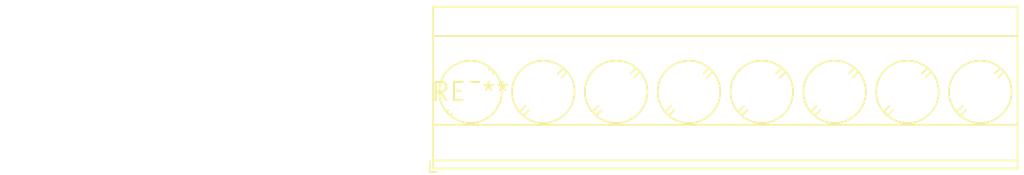
<source format=kicad_pcb>
(kicad_pcb (version 20240108) (generator pcbnew)
  (layers (0 "F.Cu" signal) (31 "B.Cu" signal) (34 "B.Paste" user) (35 "F.Paste" user) (36 "B.SilkS" user "B.Silkscreen") (37 "F.SilkS" user "F.Silkscreen") (38 "B.Mask" user) (39 "F.Mask" user) (44 "Edge.Cuts" user))
  (net 0 "")
  (footprint "TerminalBlock_Phoenix_MKDS-3-8-5.08_1x08_P5.08mm_Horizontal" (layer "F.Cu") (at 0 0)
    (property "Reference" "REF**")
    (property "Value" "TerminalBlock_Phoenix_MKDS-3-8-5.08_1x08_P5.08mm_Horizontal")
    (fp_line (start -2.84 4.86) (end -2.84 5.6) (layer "F.SilkS") (stroke (width 0.12)))
    (fp_line (start -2.84 5.6) (end -2.34 5.6) (layer "F.SilkS") (stroke (width 0.12)))
    (fp_line (start -2.6 -5.96) (end -2.6 5.36) (layer "F.SilkS") (stroke (width 0.12)))
    (fp_line (start -2.6 -5.96) (end 38.16 -5.96) (layer "F.SilkS") (stroke (width 0.12)))
    (fp_line (start -2.6 -3.9) (end 38.16 -3.9) (layer "F.SilkS") (stroke (width 0.12)))
    (fp_line (start -2.6 2.3) (end 38.16 2.3) (layer "F.SilkS") (stroke (width 0.12)))
    (fp_line (start -2.6 4.8) (end 38.16 4.8) (layer "F.SilkS") (stroke (width 0.12)))
    (fp_line (start -2.6 5.36) (end 38.16 5.36) (layer "F.SilkS") (stroke (width 0.12)))
    (fp_line (start -1.548 1.281) (end -1.654 1.388) (layer "F.SilkS") (stroke (width 0.12)))
    (fp_line (start -1.282 1.547) (end -1.388 1.654) (layer "F.SilkS") (stroke (width 0.12)))
    (fp_line (start 1.388 -1.654) (end 1.281 -1.547) (layer "F.SilkS") (stroke (width 0.12)))
    (fp_line (start 1.654 -1.388) (end 1.547 -1.281) (layer "F.SilkS") (stroke (width 0.12)))
    (fp_line (start 3.822 0.992) (end 3.427 1.388) (layer "F.SilkS") (stroke (width 0.12)))
    (fp_line (start 4.073 1.274) (end 3.693 1.654) (layer "F.SilkS") (stroke (width 0.12)))
    (fp_line (start 6.468 -1.654) (end 6.088 -1.274) (layer "F.SilkS") (stroke (width 0.12)))
    (fp_line (start 6.734 -1.388) (end 6.339 -0.992) (layer "F.SilkS") (stroke (width 0.12)))
    (fp_line (start 8.902 0.992) (end 8.507 1.388) (layer "F.SilkS") (stroke (width 0.12)))
    (fp_line (start 9.153 1.274) (end 8.773 1.654) (layer "F.SilkS") (stroke (width 0.12)))
    (fp_line (start 11.548 -1.654) (end 11.168 -1.274) (layer "F.SilkS") (stroke (width 0.12)))
    (fp_line (start 11.814 -1.388) (end 11.419 -0.992) (layer "F.SilkS") (stroke (width 0.12)))
    (fp_line (start 13.982 0.992) (end 13.587 1.388) (layer "F.SilkS") (stroke (width 0.12)))
    (fp_line (start 14.233 1.274) (end 13.853 1.654) (layer "F.SilkS") (stroke (width 0.12)))
    (fp_line (start 16.628 -1.654) (end 16.248 -1.274) (layer "F.SilkS") (stroke (width 0.12)))
    (fp_line (start 16.894 -1.388) (end 16.499 -0.992) (layer "F.SilkS") (stroke (width 0.12)))
    (fp_line (start 19.062 0.992) (end 18.667 1.388) (layer "F.SilkS") (stroke (width 0.12)))
    (fp_line (start 19.313 1.274) (end 18.933 1.654) (layer "F.SilkS") (stroke (width 0.12)))
    (fp_line (start 21.708 -1.654) (end 21.328 -1.274) (layer "F.SilkS") (stroke (width 0.12)))
    (fp_line (start 21.974 -1.388) (end 21.579 -0.992) (layer "F.SilkS") (stroke (width 0.12)))
    (fp_line (start 24.142 0.992) (end 23.747 1.388) (layer "F.SilkS") (stroke (width 0.12)))
    (fp_line (start 24.393 1.274) (end 24.013 1.654) (layer "F.SilkS") (stroke (width 0.12)))
    (fp_line (start 26.788 -1.654) (end 26.408 -1.274) (layer "F.SilkS") (stroke (width 0.12)))
    (fp_line (start 27.054 -1.388) (end 26.659 -0.992) (layer "F.SilkS") (stroke (width 0.12)))
    (fp_line (start 29.222 0.992) (end 28.827 1.388) (layer "F.SilkS") (stroke (width 0.12)))
    (fp_line (start 29.473 1.274) (end 29.093 1.654) (layer "F.SilkS") (stroke (width 0.12)))
    (fp_line (start 31.868 -1.654) (end 31.488 -1.274) (layer "F.SilkS") (stroke (width 0.12)))
    (fp_line (start 32.134 -1.388) (end 31.739 -0.992) (layer "F.SilkS") (stroke (width 0.12)))
    (fp_line (start 34.302 0.992) (end 33.907 1.388) (layer "F.SilkS") (stroke (width 0.12)))
    (fp_line (start 34.553 1.274) (end 34.173 1.654) (layer "F.SilkS") (stroke (width 0.12)))
    (fp_line (start 36.948 -1.654) (end 36.568 -1.274) (layer "F.SilkS") (stroke (width 0.12)))
    (fp_line (start 37.214 -1.388) (end 36.819 -0.992) (layer "F.SilkS") (stroke (width 0.12)))
    (fp_line (start 38.16 -5.96) (end 38.16 5.36) (layer "F.SilkS") (stroke (width 0.12)))
    (fp_circle (center 0 0) (end 2.18 0) (layer "F.SilkS") (stroke (width 0.12)) (fill none))
    (fp_circle (center 5.08 0) (end 7.26 0) (layer "F.SilkS") (stroke (width 0.12)) (fill none))
    (fp_circle (center 10.16 0) (end 12.34 0) (layer "F.SilkS") (stroke (width 0.12)) (fill none))
    (fp_circle (center 15.24 0) (end 17.42 0) (layer "F.SilkS") (stroke (width 0.12)) (fill none))
    (fp_circle (center 20.32 0) (end 22.5 0) (layer "F.SilkS") (stroke (width 0.12)) (fill none))
    (fp_circle (center 25.4 0) (end 27.58 0) (layer "F.SilkS") (stroke (width 0.12)) (fill none))
    (fp_circle (center 30.48 0) (end 32.66 0) (layer "F.SilkS") (stroke (width 0.12)) (fill none))
    (fp_circle (center 35.56 0) (end 37.74 0) (layer "F.SilkS") (stroke (width 0.12)) (fill none))
    (pad "1" thru_hole rect (at 0 0) (size 2.6 2.6) (drill 1.3) (layers *.Cu *.Mask) (remove_unused_layers))
    (pad "2" thru_hole circle (at 5.08 0) (size 2.6 2.6) (drill 1.3) (layers *.Cu *.Mask) (remove_unused_layers))
    (pad "3" thru_hole circle (at 10.16 0) (size 2.6 2.6) (drill 1.3) (layers *.Cu *.Mask) (remove_unused_layers))
    (pad "4" thru_hole circle (at 15.24 0) (size 2.6 2.6) (drill 1.3) (layers *.Cu *.Mask) (remove_unused_layers))
    (pad "5" thru_hole circle (at 20.32 0) (size 2.6 2.6) (drill 1.3) (layers *.Cu *.Mask) (remove_unused_layers))
    (pad "6" thru_hole circle (at 25.4 0) (size 2.6 2.6) (drill 1.3) (layers *.Cu *.Mask) (remove_unused_layers))
    (pad "7" thru_hole circle (at 30.48 0) (size 2.6 2.6) (drill 1.3) (layers *.Cu *.Mask) (remove_unused_layers))
    (pad "8" thru_hole circle (at 35.56 0) (size 2.6 2.6) (drill 1.3) (layers *.Cu *.Mask) (remove_unused_layers))
  )
)
</source>
